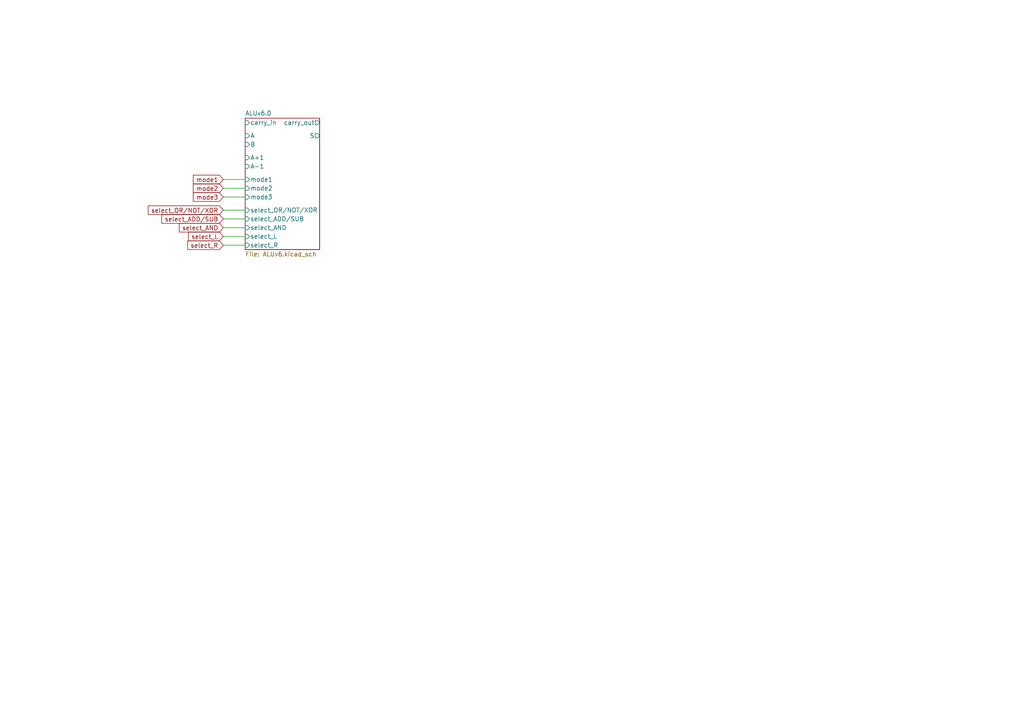
<source format=kicad_sch>
(kicad_sch (version 20211123) (generator eeschema)
  (paper "A4")
  (lib_symbols)
  (wire (pts (xy 64.77 66.04) (xy 71.12 66.04)))
  (wire (pts (xy 64.77 68.58) (xy 71.12 68.58)))
  (wire (pts (xy 64.77 54.61) (xy 71.12 54.61)))
  (wire (pts (xy 64.77 52.07) (xy 71.12 52.07)))
  (wire (pts (xy 64.77 57.15) (xy 71.12 57.15)))
  (wire (pts (xy 64.77 71.12) (xy 71.12 71.12)))
  (wire (pts (xy 64.77 63.5) (xy 71.12 63.5)))
  (wire (pts (xy 64.77 60.96) (xy 71.12 60.96)))
  (global_label "mode3" (shape input) (at 64.77 57.15 180) (property "Intersheet References" "${INTERSHEET_REFS}" (effects hide)))
  (global_label "select_R" (shape input) (at 64.77 71.12 180) (property "Intersheet References" "${INTERSHEET_REFS}" (effects hide)))
  (global_label "mode2" (shape input) (at 64.77 54.61 180) (property "Intersheet References" "${INTERSHEET_REFS}" (effects hide)))
  (global_label "select_OR{slash}NOT{slash}XOR" (shape input) (at 64.77 60.96 180) (property "Intersheet References" "${INTERSHEET_REFS}" (effects hide)))
  (global_label "select_L" (shape input) (at 64.77 68.58 180) (property "Intersheet References" "${INTERSHEET_REFS}" (effects hide)))
  (global_label "select_AND" (shape input) (at 64.77 66.04 180) (property "Intersheet References" "${INTERSHEET_REFS}" (effects hide)))
  (global_label "mode1" (shape input) (at 64.77 52.07 180) (property "Intersheet References" "${INTERSHEET_REFS}" (effects hide)))
  (global_label "select_ADD{slash}SUB" (shape input) (at 64.77 63.5 180) (property "Intersheet References" "${INTERSHEET_REFS}" (effects hide)))
  (sheet (at 71.12 34.29) (size 21.59 38.1) (stroke (width 0.1524))
    (property "Sheet name" "ALUv6.0" (at 71.12 33.5784 0) (effects (justify left bottom)))
    (property "Sheet file" "ALUv6.kicad_sch" (at 71.12 72.9746 0) (effects (justify left top)))
    (pin "carry_out" output (at 92.71 35.56 0))
    (pin "S" output (at 92.71 39.37 0))
    (pin "A+1" input (at 71.12 45.72 180))
    (pin "A-1" input (at 71.12 48.26 180))
    (pin "select_L" input (at 71.12 68.58 180))
    (pin "carry_in" input (at 71.12 35.56 180))
    (pin "select_R" input (at 71.12 71.12 180))
    (pin "select_AND" input (at 71.12 66.04 180))
    (pin "select_ADD{slash}SUB" input (at 71.12 63.5 180))
    (pin "select_OR{slash}NOT{slash}XOR" input (at 71.12 60.96 180))
    (pin "mode3" input (at 71.12 57.15 180))
    (pin "A" input (at 71.12 39.37 180))
    (pin "B" input (at 71.12 41.91 180))
    (pin "mode1" input (at 71.12 52.07 180))
    (pin "mode2" input (at 71.12 54.61 180))
  )
)
</source>
